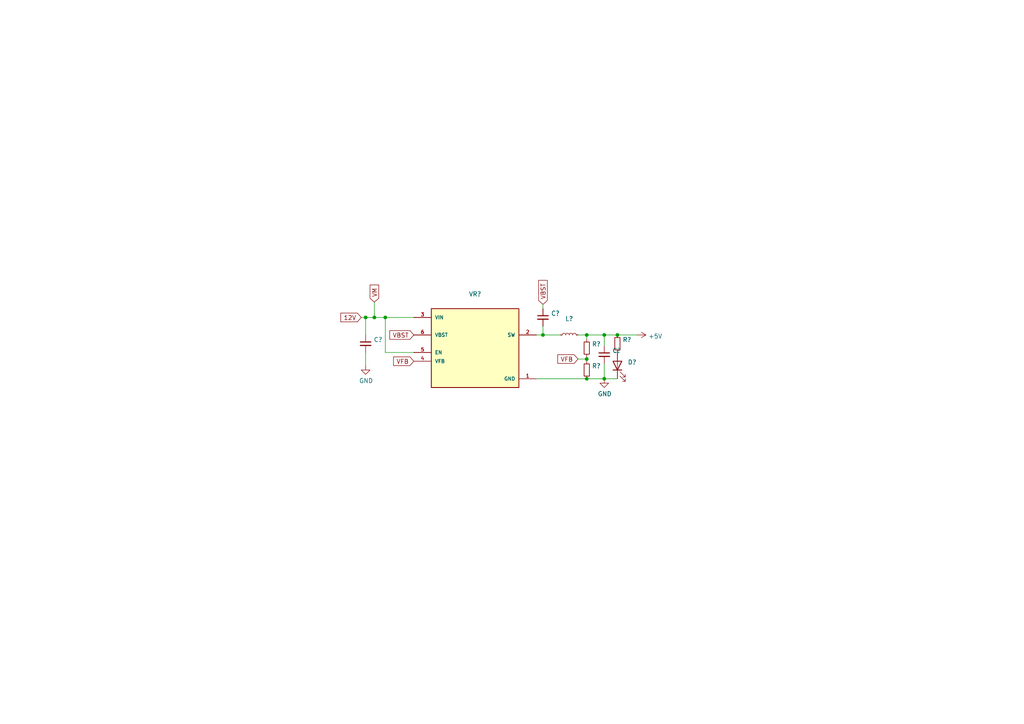
<source format=kicad_sch>
(kicad_sch (version 20211123) (generator eeschema)
  (paper "A4")
  (lib_symbols
    (symbol "Device:C_Small" (pin_numbers hide) (pin_names (offset 0.254) hide)
      (property "Reference" "C" (at 0.254 1.778 0))
      (property "Value" "C_Small" (at 0.254 -2.032 0))
      (symbol "C_Small_0_1"
        (polyline (pts (xy -1.524 -0.508) (xy 1.524 -0.508)) (stroke (width 0.3302)))
        (polyline (pts (xy -1.524 0.508) (xy 1.524 0.508)) (stroke (width 0.3048)))
      )
      (symbol "C_Small_1_1"
        (pin passive line (at 0 2.54 270) (length 2.032) (name "~") (number "1"))
        (pin passive line (at 0 -2.54 90) (length 2.032) (name "~") (number "2"))
      )
    )
    (symbol "Device:LED" (pin_numbers hide) (pin_names (offset 1.016) hide)
      (property "Reference" "D" (at 0 2.54 0))
      (property "Value" "LED" (at 0 -2.54 0))
      (symbol "LED_0_1"
        (polyline (pts (xy -1.27 -1.27) (xy -1.27 1.27)) (stroke (width 0.254)))
        (polyline (pts (xy -1.27 0) (xy 1.27 0)))
        (polyline (pts (xy 1.27 -1.27) (xy 1.27 1.27) (xy -1.27 0) (xy 1.27 -1.27)) (stroke (width 0.254)))
        (polyline (pts (xy -3.048 -0.762) (xy -4.572 -2.286) (xy -3.81 -2.286) (xy -4.572 -2.286) (xy -4.572 -1.524)))
        (polyline (pts (xy -1.778 -0.762) (xy -3.302 -2.286) (xy -2.54 -2.286) (xy -3.302 -2.286) (xy -3.302 -1.524)))
      )
      (symbol "LED_1_1"
        (pin passive line (at -3.81 0 0) (length 2.54) (name "K") (number "1"))
        (pin passive line (at 3.81 0 180) (length 2.54) (name "A") (number "2"))
      )
    )
    (symbol "Device:L_Small" (pin_numbers hide) (pin_names (offset 0.254) hide)
      (property "Reference" "L" (at 0.762 1.016 0))
      (property "Value" "L_Small" (at 0.762 -1.016 0))
      (symbol "L_Small_0_1"
        (arc (start 0 -2.032) (mid 0.508 -1.524) (end 0 -1.016))
        (arc (start 0 -1.016) (mid 0.508 -0.508) (end 0 0))
        (arc (start 0 0) (mid 0.508 0.508) (end 0 1.016))
        (arc (start 0 1.016) (mid 0.508 1.524) (end 0 2.032))
      )
      (symbol "L_Small_1_1"
        (pin passive line (at 0 2.54 270) (length 0.508) (name "~") (number "1"))
        (pin passive line (at 0 -2.54 90) (length 0.508) (name "~") (number "2"))
      )
    )
    (symbol "Device:R_Small" (pin_numbers hide) (pin_names (offset 0.254) hide)
      (property "Reference" "R" (at 0.762 0.508 0))
      (property "Value" "R_Small" (at 0.762 -1.016 0))
      (symbol "R_Small_0_1"
        (rectangle (start -0.762 1.778) (end 0.762 -1.778) (stroke (width 0.2032)))
      )
      (symbol "R_Small_1_1"
        (pin passive line (at 0 2.54 270) (length 0.762) (name "~") (number "1"))
        (pin passive line (at 0 -2.54 90) (length 0.762) (name "~") (number "2"))
      )
    )
    (symbol "TPS561208DDCR:TPS561208DDCR" (pin_names (offset 1.016))
      (property "Reference" "VR" (at -12.7 13.6906 0))
      (property "Value" "TPS561208DDCR" (at -12.7 -11.6078 0))
      (symbol "TPS561208DDCR_0_0"
        (rectangle (start -12.7 -10.16) (end 12.7 12.7) (stroke (width 0.254)) (fill (type background)))
        (pin power_in line (at 17.78 -7.62 180) (length 5.08) (name "GND") (number "1"))
        (pin output line (at 17.78 5.08 180) (length 5.08) (name "SW") (number "2"))
        (pin power_in line (at -17.78 10.16 0) (length 5.08) (name "VIN") (number "3"))
        (pin input line (at -17.78 -2.54 0) (length 5.08) (name "VFB") (number "4"))
        (pin input line (at -17.78 0 0) (length 5.08) (name "EN") (number "5"))
        (pin input line (at -17.78 5.08 0) (length 5.08) (name "VBST") (number "6"))
      )
    )
    (symbol "power:+5V" (power) (pin_names (offset 0))
      (property "Value" "+5V" (at 0 3.556 0))
      (symbol "+5V_0_1"
        (polyline (pts (xy -0.762 1.27) (xy 0 2.54)))
        (polyline (pts (xy 0 0) (xy 0 2.54)))
        (polyline (pts (xy 0 2.54) (xy 0.762 1.27)))
      )
      (symbol "+5V_1_1"
        (pin power_in line (at 0 0 90) (length 0) hide (name "+5V") (number "1"))
      )
    )
    (symbol "power:GND" (power) (pin_names (offset 0))
      (property "Value" "GND" (at 0 -3.81 0))
      (symbol "GND_0_1"
        (polyline (pts (xy 0 0) (xy 0 -1.27) (xy 1.27 -1.27) (xy 0 -2.54) (xy -1.27 -1.27) (xy 0 -1.27)))
      )
      (symbol "GND_1_1"
        (pin power_in line (at 0 0 270) (length 0) hide (name "GND") (number "1"))
      )
    )
  )
  (junction (at 157.48 97.155))
  (junction (at 170.18 97.155))
  (junction (at 170.18 109.855))
  (junction (at 179.07 97.155))
  (junction (at 111.76 92.075))
  (junction (at 170.18 104.14))
  (junction (at 106.045 92.075))
  (junction (at 175.26 109.855))
  (junction (at 175.26 97.155))
  (junction (at 108.585 92.075))
  (wire (pts (xy 179.07 97.155) (xy 184.785 97.155)))
  (wire (pts (xy 170.18 104.14) (xy 170.18 104.775)))
  (wire (pts (xy 106.045 102.235) (xy 106.045 106.045)))
  (wire (pts (xy 170.18 98.425) (xy 170.18 97.155)))
  (wire (pts (xy 104.775 92.075) (xy 106.045 92.075)))
  (wire (pts (xy 170.18 97.155) (xy 175.26 97.155)))
  (wire (pts (xy 175.26 97.155) (xy 179.07 97.155)))
  (wire (pts (xy 175.26 105.41) (xy 175.26 109.855)))
  (wire (pts (xy 111.76 92.075) (xy 111.76 102.235)))
  (wire (pts (xy 167.64 104.14) (xy 170.18 104.14)))
  (wire (pts (xy 155.575 97.155) (xy 157.48 97.155)))
  (wire (pts (xy 175.26 109.855) (xy 179.07 109.855)))
  (wire (pts (xy 157.48 97.155) (xy 162.56 97.155)))
  (wire (pts (xy 167.64 97.155) (xy 170.18 97.155)))
  (wire (pts (xy 157.48 89.535) (xy 157.48 88.265)))
  (wire (pts (xy 111.76 102.235) (xy 120.015 102.235)))
  (wire (pts (xy 106.045 92.075) (xy 108.585 92.075)))
  (wire (pts (xy 170.18 103.505) (xy 170.18 104.14)))
  (wire (pts (xy 157.48 97.155) (xy 157.48 94.615)))
  (wire (pts (xy 170.18 109.855) (xy 175.26 109.855)))
  (wire (pts (xy 106.045 92.075) (xy 106.045 97.155)))
  (wire (pts (xy 155.575 109.855) (xy 170.18 109.855)))
  (wire (pts (xy 175.26 100.33) (xy 175.26 97.155)))
  (wire (pts (xy 108.585 92.075) (xy 111.76 92.075)))
  (wire (pts (xy 111.76 92.075) (xy 120.015 92.075)))
  (wire (pts (xy 108.585 87.63) (xy 108.585 92.075)))
  (global_label "VBST" (shape input) (at 120.015 97.155 180) (property "插入图纸页参考" "${INTERSHEET_REFS}" (effects hide)))
  (global_label "VM" (shape input) (at 108.585 87.63 90) (property "插入图纸页参考" "${INTERSHEET_REFS}" (effects hide)))
  (global_label "VBST" (shape input) (at 157.48 88.265 90) (property "插入图纸页参考" "${INTERSHEET_REFS}" (effects hide)))
  (global_label "VFB" (shape input) (at 120.015 104.775 180) (property "插入图纸页参考" "${INTERSHEET_REFS}" (effects hide)))
  (global_label "VFB" (shape input) (at 167.64 104.14 180) (property "插入图纸页参考" "${INTERSHEET_REFS}" (effects hide)))
  (global_label "12V" (shape input) (at 104.775 92.075 180) (property "插入图纸页参考" "${INTERSHEET_REFS}" (effects hide)))
  (symbol (lib_id "power:GND") (at 175.26 109.855 0) (unit 1)
    (property "Reference" "#PWR0135" (effects hide))
  )
  (symbol (lib_id "TPS561208DDCR:TPS561208DDCR") (at 137.795 102.235 0) (unit 1)
    (property "Reference" "VR?" (at 137.795 85.2932 0))
    (property "STANDARD" "IPC-7351B" (effects hide))
    (property "MAXIMUM_PACKAGE_HEIGHT" "1.10 mm" (effects hide))
    (property "MANUFACTURER" "Texas Instruments" (effects hide))
    (property "PARTREV" "April 2017" (effects hide))
  )
  (symbol (lib_id "Device:C_Small") (at 106.045 99.695 0) (unit 1)
    (property "Reference" "C?" (at 108.3818 98.5266 0) (effects (justify left)))
  )
  (symbol (lib_id "power:GND") (at 106.045 106.045 0) (unit 1)
    (property "Reference" "#PWR?" (effects hide))
  )
  (symbol (lib_id "Device:L_Small") (at 165.1 97.155 90) (unit 1)
    (property "Reference" "L?" (at 165.1 92.456 90))
    (property "Footprint" "Inductor_SMD:L_7.3x7.3_H4.5" (effects hide))
  )
  (symbol (lib_id "Device:R_Small") (at 170.18 107.315 0) (unit 1)
    (property "Reference" "R?" (at 171.6786 106.1466 0) (effects (justify left)))
  )
  (symbol (lib_id "Device:C_Small") (at 157.48 92.075 0) (unit 1)
    (property "Reference" "C?" (at 159.8168 90.9066 0) (effects (justify left)))
  )
  (symbol (lib_id "Device:C_Small") (at 175.26 102.87 0) (unit 1)
    (property "Reference" "C?" (at 177.5968 101.7016 0) (effects (justify left)))
  )
  (symbol (lib_id "Device:R_Small") (at 170.18 100.965 0) (unit 1)
    (property "Reference" "R?" (at 171.6786 99.7966 0) (effects (justify left)))
  )
  (symbol (lib_id "Device:R_Small") (at 179.07 99.695 0) (unit 1)
    (property "Reference" "R?" (at 180.5686 98.5266 0) (effects (justify left)))
  )
  (symbol (lib_id "Device:LED") (at 179.07 106.045 90) (unit 1)
    (property "Reference" "D?" (at 182.0672 105.0544 90) (effects (justify right)))
  )
  (symbol (lib_id "power:+5V") (at 184.785 97.155 270) (unit 1)
    (property "Reference" "#PWR?" (effects hide))
  )
)
</source>
